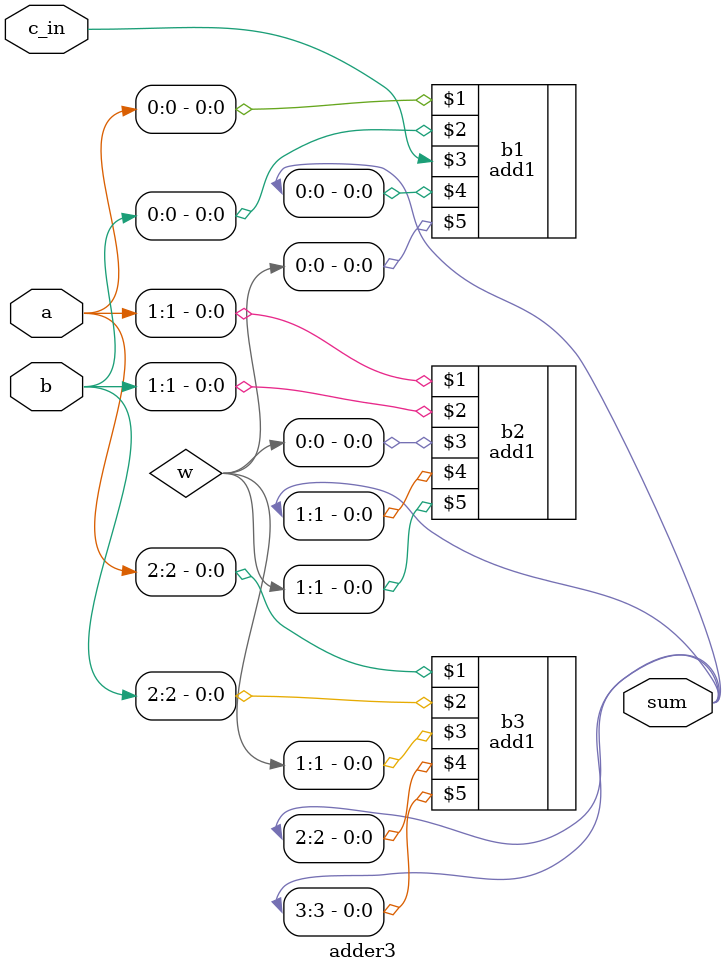
<source format=v>
`timescale 1ns / 1ps

module adder3(
        input [2:0]a,
        input [2:0]b,
        input c_in,
        output [3:0] sum
    );
    wire [3:0] w;
    
    add1 b1(a[0], b[0], c_in, sum[0], w[0]);
    add1 b2(a[1], b[1],w[0], sum[1], w[1]);
    add1 b3(a[2], b[2], w[1], sum[2], sum[3]);
endmodule

</source>
